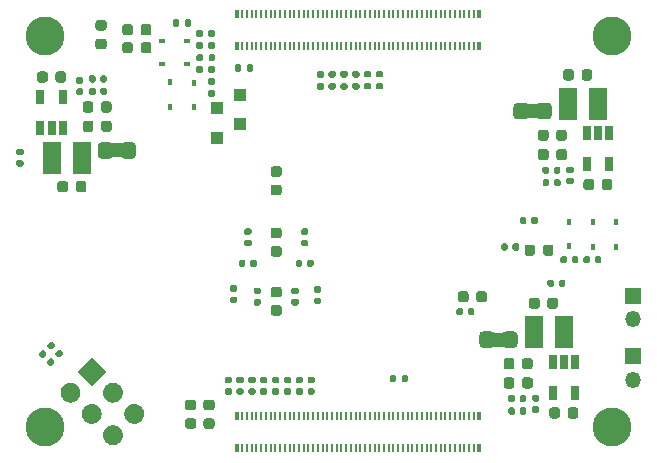
<source format=gbs>
G04 #@! TF.GenerationSoftware,KiCad,Pcbnew,5.1.9+dfsg1-1~bpo10+1*
G04 #@! TF.CreationDate,2021-11-14T15:52:16+01:00*
G04 #@! TF.ProjectId,ulx4m,756c7834-6d2e-46b6-9963-61645f706362,v0.0.2*
G04 #@! TF.SameCoordinates,Original*
G04 #@! TF.FileFunction,Soldermask,Bot*
G04 #@! TF.FilePolarity,Negative*
%FSLAX46Y46*%
G04 Gerber Fmt 4.6, Leading zero omitted, Abs format (unit mm)*
G04 Created by KiCad (PCBNEW 5.1.9+dfsg1-1~bpo10+1) date 2021-11-14 15:52:16*
%MOMM*%
%LPD*%
G01*
G04 APERTURE LIST*
%ADD10C,1.200000*%
%ADD11R,0.230000X0.660000*%
%ADD12R,0.350000X0.660000*%
%ADD13C,3.300000*%
%ADD14R,1.500000X2.700000*%
%ADD15R,0.700000X1.200000*%
%ADD16R,0.600000X0.450000*%
%ADD17R,0.450000X0.600000*%
%ADD18C,0.100000*%
%ADD19R,1.000000X1.000000*%
%ADD20O,1.350000X1.350000*%
%ADD21R,1.350000X1.350000*%
G04 APERTURE END LIST*
D10*
X137050000Y-101315000D02*
X135050000Y-101315000D01*
X139934001Y-81967000D02*
X137934001Y-81967000D01*
X102740000Y-85300000D02*
X104740000Y-85300000D01*
G36*
G01*
X97842391Y-101752807D02*
X98082807Y-101512391D01*
G75*
G02*
X98280797Y-101512391I98995J-98995D01*
G01*
X98478787Y-101710381D01*
G75*
G02*
X98478787Y-101908371I-98995J-98995D01*
G01*
X98238371Y-102148787D01*
G75*
G02*
X98040381Y-102148787I-98995J98995D01*
G01*
X97842391Y-101950797D01*
G75*
G02*
X97842391Y-101752807I98995J98995D01*
G01*
G37*
G36*
G01*
X98521213Y-102431629D02*
X98761629Y-102191213D01*
G75*
G02*
X98959619Y-102191213I98995J-98995D01*
G01*
X99157609Y-102389203D01*
G75*
G02*
X99157609Y-102587193I-98995J-98995D01*
G01*
X98917193Y-102827609D01*
G75*
G02*
X98719203Y-102827609I-98995J98995D01*
G01*
X98521213Y-102629619D01*
G75*
G02*
X98521213Y-102431629I98995J98995D01*
G01*
G37*
D11*
X133958000Y-107790000D03*
X133958000Y-110500000D03*
X133558000Y-107790000D03*
X133558000Y-110500000D03*
X133158000Y-107790000D03*
X133158000Y-110500000D03*
X132758000Y-107790000D03*
X132758000Y-110500000D03*
X132358000Y-107790000D03*
X132358000Y-110500000D03*
X131958000Y-107790000D03*
X131958000Y-110500000D03*
X131558000Y-107790000D03*
X131558000Y-110500000D03*
X131158000Y-107790000D03*
X131158000Y-110500000D03*
X130758000Y-107790000D03*
X130758000Y-110500000D03*
X130358000Y-107790000D03*
X130358000Y-110500000D03*
X129958000Y-107790000D03*
X129958000Y-110500000D03*
X129558000Y-107790000D03*
X129558000Y-110500000D03*
X129158000Y-107790000D03*
X129158000Y-110500000D03*
X128758000Y-107790000D03*
X128758000Y-110500000D03*
X128358000Y-107790000D03*
X128358000Y-110500000D03*
X127958000Y-107790000D03*
X127958000Y-110500000D03*
X127558000Y-107790000D03*
X127558000Y-110500000D03*
X127158000Y-107790000D03*
X127158000Y-110500000D03*
X126758000Y-107790000D03*
X126758000Y-110500000D03*
X126358000Y-107790000D03*
X126358000Y-110500000D03*
X125958000Y-107790000D03*
X125958000Y-110500000D03*
X125558000Y-107790000D03*
X125558000Y-110500000D03*
X125158000Y-107790000D03*
X125158000Y-110500000D03*
X124758000Y-107790000D03*
X124758000Y-110500000D03*
X124358000Y-107790000D03*
X124358000Y-110500000D03*
X123958000Y-107790000D03*
X123958000Y-110500000D03*
X123558000Y-107790000D03*
X123558000Y-110500000D03*
X123158000Y-107790000D03*
X123158000Y-110500000D03*
X122758000Y-107790000D03*
X122758000Y-110500000D03*
X122358000Y-107790000D03*
X122358000Y-110500000D03*
X121958000Y-107790000D03*
X121958000Y-110500000D03*
X121558000Y-107790000D03*
X121558000Y-110500000D03*
X121158000Y-107790000D03*
X121158000Y-110500000D03*
X120758000Y-107790000D03*
X120758000Y-110500000D03*
X120358000Y-107790000D03*
X120358000Y-110500000D03*
X119958000Y-107790000D03*
X119958000Y-110500000D03*
X119558000Y-107790000D03*
X119558000Y-110500000D03*
X119158000Y-107790000D03*
X119158000Y-110500000D03*
X118758000Y-107790000D03*
X118758000Y-110500000D03*
X118358000Y-107790000D03*
X118358000Y-110500000D03*
D12*
X134433000Y-110500000D03*
X134433000Y-107790000D03*
X113883000Y-110500000D03*
X113883000Y-107790000D03*
D11*
X117958000Y-107790000D03*
X117958000Y-110500000D03*
X117558000Y-107790000D03*
X117558000Y-110500000D03*
X117158000Y-107790000D03*
X117158000Y-110500000D03*
X116758000Y-107790000D03*
X116758000Y-110500000D03*
X116358000Y-107790000D03*
X116358000Y-110500000D03*
X115958000Y-107790000D03*
X115958000Y-110500000D03*
X115558000Y-107790000D03*
X115558000Y-110500000D03*
X115158000Y-107790000D03*
X115158000Y-110500000D03*
X114758000Y-107790000D03*
X114758000Y-110500000D03*
X114358000Y-107790000D03*
X114358000Y-110500000D03*
D13*
X97620000Y-75644999D03*
X145620000Y-75645000D03*
X145620000Y-108720000D03*
X97619999Y-108723599D03*
G36*
G01*
X135730000Y-100938750D02*
X135730000Y-101691250D01*
G75*
G02*
X135406250Y-102015000I-323750J0D01*
G01*
X134758750Y-102015000D01*
G75*
G02*
X134435000Y-101691250I0J323750D01*
G01*
X134435000Y-100938750D01*
G75*
G02*
X134758750Y-100615000I323750J0D01*
G01*
X135406250Y-100615000D01*
G75*
G02*
X135730000Y-100938750I0J-323750D01*
G01*
G37*
G36*
G01*
X137665000Y-100938750D02*
X137665000Y-101691250D01*
G75*
G02*
X137341250Y-102015000I-323750J0D01*
G01*
X136693750Y-102015000D01*
G75*
G02*
X136370000Y-101691250I0J323750D01*
G01*
X136370000Y-100938750D01*
G75*
G02*
X136693750Y-100615000I323750J0D01*
G01*
X137341250Y-100615000D01*
G75*
G02*
X137665000Y-100938750I0J-323750D01*
G01*
G37*
G36*
G01*
X138614001Y-81590750D02*
X138614001Y-82343250D01*
G75*
G02*
X138290251Y-82667000I-323750J0D01*
G01*
X137642751Y-82667000D01*
G75*
G02*
X137319001Y-82343250I0J323750D01*
G01*
X137319001Y-81590750D01*
G75*
G02*
X137642751Y-81267000I323750J0D01*
G01*
X138290251Y-81267000D01*
G75*
G02*
X138614001Y-81590750I0J-323750D01*
G01*
G37*
G36*
G01*
X140549001Y-81590750D02*
X140549001Y-82343250D01*
G75*
G02*
X140225251Y-82667000I-323750J0D01*
G01*
X139577751Y-82667000D01*
G75*
G02*
X139254001Y-82343250I0J323750D01*
G01*
X139254001Y-81590750D01*
G75*
G02*
X139577751Y-81267000I323750J0D01*
G01*
X140225251Y-81267000D01*
G75*
G02*
X140549001Y-81590750I0J-323750D01*
G01*
G37*
G36*
G01*
X102125000Y-85676250D02*
X102125000Y-84923750D01*
G75*
G02*
X102448750Y-84600000I323750J0D01*
G01*
X103096250Y-84600000D01*
G75*
G02*
X103420000Y-84923750I0J-323750D01*
G01*
X103420000Y-85676250D01*
G75*
G02*
X103096250Y-86000000I-323750J0D01*
G01*
X102448750Y-86000000D01*
G75*
G02*
X102125000Y-85676250I0J323750D01*
G01*
G37*
G36*
G01*
X104060000Y-85676250D02*
X104060000Y-84923750D01*
G75*
G02*
X104383750Y-84600000I323750J0D01*
G01*
X105031250Y-84600000D01*
G75*
G02*
X105355000Y-84923750I0J-323750D01*
G01*
X105355000Y-85676250D01*
G75*
G02*
X105031250Y-86000000I-323750J0D01*
G01*
X104383750Y-86000000D01*
G75*
G02*
X104060000Y-85676250I0J323750D01*
G01*
G37*
D14*
X144475001Y-81350000D03*
X141935001Y-81350000D03*
X141580000Y-100690000D03*
X139040000Y-100690000D03*
X98210000Y-85925000D03*
X100750000Y-85925000D03*
G36*
G01*
X105075000Y-76348750D02*
X105075000Y-76861250D01*
G75*
G02*
X104856250Y-77080000I-218750J0D01*
G01*
X104418750Y-77080000D01*
G75*
G02*
X104200000Y-76861250I0J218750D01*
G01*
X104200000Y-76348750D01*
G75*
G02*
X104418750Y-76130000I218750J0D01*
G01*
X104856250Y-76130000D01*
G75*
G02*
X105075000Y-76348750I0J-218750D01*
G01*
G37*
G36*
G01*
X106650000Y-76348750D02*
X106650000Y-76861250D01*
G75*
G02*
X106431250Y-77080000I-218750J0D01*
G01*
X105993750Y-77080000D01*
G75*
G02*
X105775000Y-76861250I0J218750D01*
G01*
X105775000Y-76348750D01*
G75*
G02*
X105993750Y-76130000I218750J0D01*
G01*
X106431250Y-76130000D01*
G75*
G02*
X106650000Y-76348750I0J-218750D01*
G01*
G37*
G36*
G01*
X139830000Y-94006250D02*
X139830000Y-93493750D01*
G75*
G02*
X140048750Y-93275000I218750J0D01*
G01*
X140486250Y-93275000D01*
G75*
G02*
X140705000Y-93493750I0J-218750D01*
G01*
X140705000Y-94006250D01*
G75*
G02*
X140486250Y-94225000I-218750J0D01*
G01*
X140048750Y-94225000D01*
G75*
G02*
X139830000Y-94006250I0J218750D01*
G01*
G37*
G36*
G01*
X138255000Y-94006250D02*
X138255000Y-93493750D01*
G75*
G02*
X138473750Y-93275000I218750J0D01*
G01*
X138911250Y-93275000D01*
G75*
G02*
X139130000Y-93493750I0J-218750D01*
G01*
X139130000Y-94006250D01*
G75*
G02*
X138911250Y-94225000I-218750J0D01*
G01*
X138473750Y-94225000D01*
G75*
G02*
X138255000Y-94006250I0J218750D01*
G01*
G37*
G36*
G01*
X111283750Y-107990000D02*
X111796250Y-107990000D01*
G75*
G02*
X112015000Y-108208750I0J-218750D01*
G01*
X112015000Y-108646250D01*
G75*
G02*
X111796250Y-108865000I-218750J0D01*
G01*
X111283750Y-108865000D01*
G75*
G02*
X111065000Y-108646250I0J218750D01*
G01*
X111065000Y-108208750D01*
G75*
G02*
X111283750Y-107990000I218750J0D01*
G01*
G37*
G36*
G01*
X111283750Y-106415000D02*
X111796250Y-106415000D01*
G75*
G02*
X112015000Y-106633750I0J-218750D01*
G01*
X112015000Y-107071250D01*
G75*
G02*
X111796250Y-107290000I-218750J0D01*
G01*
X111283750Y-107290000D01*
G75*
G02*
X111065000Y-107071250I0J218750D01*
G01*
X111065000Y-106633750D01*
G75*
G02*
X111283750Y-106415000I218750J0D01*
G01*
G37*
G36*
G01*
X109723750Y-107990000D02*
X110236250Y-107990000D01*
G75*
G02*
X110455000Y-108208750I0J-218750D01*
G01*
X110455000Y-108646250D01*
G75*
G02*
X110236250Y-108865000I-218750J0D01*
G01*
X109723750Y-108865000D01*
G75*
G02*
X109505000Y-108646250I0J218750D01*
G01*
X109505000Y-108208750D01*
G75*
G02*
X109723750Y-107990000I218750J0D01*
G01*
G37*
G36*
G01*
X109723750Y-106415000D02*
X110236250Y-106415000D01*
G75*
G02*
X110455000Y-106633750I0J-218750D01*
G01*
X110455000Y-107071250D01*
G75*
G02*
X110236250Y-107290000I-218750J0D01*
G01*
X109723750Y-107290000D01*
G75*
G02*
X109505000Y-107071250I0J218750D01*
G01*
X109505000Y-106633750D01*
G75*
G02*
X109723750Y-106415000I218750J0D01*
G01*
G37*
D15*
X143525000Y-83860000D03*
X144475000Y-83860000D03*
X145425000Y-83860000D03*
X145425000Y-86460000D03*
X143525000Y-86460000D03*
G36*
G01*
X102143750Y-75850000D02*
X102656250Y-75850000D01*
G75*
G02*
X102875000Y-76068750I0J-218750D01*
G01*
X102875000Y-76506250D01*
G75*
G02*
X102656250Y-76725000I-218750J0D01*
G01*
X102143750Y-76725000D01*
G75*
G02*
X101925000Y-76506250I0J218750D01*
G01*
X101925000Y-76068750D01*
G75*
G02*
X102143750Y-75850000I218750J0D01*
G01*
G37*
G36*
G01*
X102143750Y-74275000D02*
X102656250Y-74275000D01*
G75*
G02*
X102875000Y-74493750I0J-218750D01*
G01*
X102875000Y-74931250D01*
G75*
G02*
X102656250Y-75150000I-218750J0D01*
G01*
X102143750Y-75150000D01*
G75*
G02*
X101925000Y-74931250I0J218750D01*
G01*
X101925000Y-74493750D01*
G75*
G02*
X102143750Y-74275000I218750J0D01*
G01*
G37*
X140630000Y-103200000D03*
X141580000Y-103200000D03*
X142530000Y-103200000D03*
X142530000Y-105800000D03*
X140630000Y-105800000D03*
X99160000Y-83415000D03*
X98210000Y-83415000D03*
X97260000Y-83415000D03*
X97260000Y-80815000D03*
X99160000Y-80815000D03*
G36*
G01*
X96990000Y-79335000D02*
X96990000Y-78835000D01*
G75*
G02*
X97215000Y-78610000I225000J0D01*
G01*
X97665000Y-78610000D01*
G75*
G02*
X97890000Y-78835000I0J-225000D01*
G01*
X97890000Y-79335000D01*
G75*
G02*
X97665000Y-79560000I-225000J0D01*
G01*
X97215000Y-79560000D01*
G75*
G02*
X96990000Y-79335000I0J225000D01*
G01*
G37*
G36*
G01*
X98540000Y-79335000D02*
X98540000Y-78835000D01*
G75*
G02*
X98765000Y-78610000I225000J0D01*
G01*
X99215000Y-78610000D01*
G75*
G02*
X99440000Y-78835000I0J-225000D01*
G01*
X99440000Y-79335000D01*
G75*
G02*
X99215000Y-79560000I-225000J0D01*
G01*
X98765000Y-79560000D01*
G75*
G02*
X98540000Y-79335000I0J225000D01*
G01*
G37*
G36*
G01*
X137850001Y-107535000D02*
X137850001Y-107195000D01*
G75*
G02*
X137990001Y-107055000I140000J0D01*
G01*
X138270001Y-107055000D01*
G75*
G02*
X138410001Y-107195000I0J-140000D01*
G01*
X138410001Y-107535000D01*
G75*
G02*
X138270001Y-107675000I-140000J0D01*
G01*
X137990001Y-107675000D01*
G75*
G02*
X137850001Y-107535000I0J140000D01*
G01*
G37*
G36*
G01*
X136890001Y-107535000D02*
X136890001Y-107195000D01*
G75*
G02*
X137030001Y-107055000I140000J0D01*
G01*
X137310001Y-107055000D01*
G75*
G02*
X137450001Y-107195000I0J-140000D01*
G01*
X137450001Y-107535000D01*
G75*
G02*
X137310001Y-107675000I-140000J0D01*
G01*
X137030001Y-107675000D01*
G75*
G02*
X136890001Y-107535000I0J140000D01*
G01*
G37*
G36*
G01*
X136500000Y-105239999D02*
X136500000Y-104739999D01*
G75*
G02*
X136725000Y-104514999I225000J0D01*
G01*
X137175000Y-104514999D01*
G75*
G02*
X137400000Y-104739999I0J-225000D01*
G01*
X137400000Y-105239999D01*
G75*
G02*
X137175000Y-105464999I-225000J0D01*
G01*
X136725000Y-105464999D01*
G75*
G02*
X136500000Y-105239999I0J225000D01*
G01*
G37*
G36*
G01*
X138050000Y-105239999D02*
X138050000Y-104739999D01*
G75*
G02*
X138275000Y-104514999I225000J0D01*
G01*
X138725000Y-104514999D01*
G75*
G02*
X138950000Y-104739999I0J-225000D01*
G01*
X138950000Y-105239999D01*
G75*
G02*
X138725000Y-105464999I-225000J0D01*
G01*
X138275000Y-105464999D01*
G75*
G02*
X138050000Y-105239999I0J225000D01*
G01*
G37*
G36*
G01*
X138040000Y-103605000D02*
X138040000Y-103105000D01*
G75*
G02*
X138265000Y-102880000I225000J0D01*
G01*
X138715000Y-102880000D01*
G75*
G02*
X138940000Y-103105000I0J-225000D01*
G01*
X138940000Y-103605000D01*
G75*
G02*
X138715000Y-103830000I-225000J0D01*
G01*
X138265000Y-103830000D01*
G75*
G02*
X138040000Y-103605000I0J225000D01*
G01*
G37*
G36*
G01*
X136490000Y-103605000D02*
X136490000Y-103105000D01*
G75*
G02*
X136715000Y-102880000I225000J0D01*
G01*
X137165000Y-102880000D01*
G75*
G02*
X137390000Y-103105000I0J-225000D01*
G01*
X137390000Y-103605000D01*
G75*
G02*
X137165000Y-103830000I-225000J0D01*
G01*
X136715000Y-103830000D01*
G75*
G02*
X136490000Y-103605000I0J225000D01*
G01*
G37*
G36*
G01*
X142800000Y-107280000D02*
X142800000Y-107780000D01*
G75*
G02*
X142575000Y-108005000I-225000J0D01*
G01*
X142125000Y-108005000D01*
G75*
G02*
X141900000Y-107780000I0J225000D01*
G01*
X141900000Y-107280000D01*
G75*
G02*
X142125000Y-107055000I225000J0D01*
G01*
X142575000Y-107055000D01*
G75*
G02*
X142800000Y-107280000I0J-225000D01*
G01*
G37*
G36*
G01*
X141250000Y-107280000D02*
X141250000Y-107780000D01*
G75*
G02*
X141025000Y-108005000I-225000J0D01*
G01*
X140575000Y-108005000D01*
G75*
G02*
X140350000Y-107780000I0J225000D01*
G01*
X140350000Y-107280000D01*
G75*
G02*
X140575000Y-107055000I225000J0D01*
G01*
X141025000Y-107055000D01*
G75*
G02*
X141250000Y-107280000I0J-225000D01*
G01*
G37*
G36*
G01*
X139785000Y-88194999D02*
X139785000Y-87854999D01*
G75*
G02*
X139925000Y-87714999I140000J0D01*
G01*
X140205000Y-87714999D01*
G75*
G02*
X140345000Y-87854999I0J-140000D01*
G01*
X140345000Y-88194999D01*
G75*
G02*
X140205000Y-88334999I-140000J0D01*
G01*
X139925000Y-88334999D01*
G75*
G02*
X139785000Y-88194999I0J140000D01*
G01*
G37*
G36*
G01*
X140745000Y-88194999D02*
X140745000Y-87854999D01*
G75*
G02*
X140885000Y-87714999I140000J0D01*
G01*
X141165000Y-87714999D01*
G75*
G02*
X141305000Y-87854999I0J-140000D01*
G01*
X141305000Y-88194999D01*
G75*
G02*
X141165000Y-88334999I-140000J0D01*
G01*
X140885000Y-88334999D01*
G75*
G02*
X140745000Y-88194999I0J140000D01*
G01*
G37*
G36*
G01*
X140945001Y-85900001D02*
X140945001Y-85400001D01*
G75*
G02*
X141170001Y-85175001I225000J0D01*
G01*
X141620001Y-85175001D01*
G75*
G02*
X141845001Y-85400001I0J-225000D01*
G01*
X141845001Y-85900001D01*
G75*
G02*
X141620001Y-86125001I-225000J0D01*
G01*
X141170001Y-86125001D01*
G75*
G02*
X140945001Y-85900001I0J225000D01*
G01*
G37*
G36*
G01*
X139395001Y-85900001D02*
X139395001Y-85400001D01*
G75*
G02*
X139620001Y-85175001I225000J0D01*
G01*
X140070001Y-85175001D01*
G75*
G02*
X140295001Y-85400001I0J-225000D01*
G01*
X140295001Y-85900001D01*
G75*
G02*
X140070001Y-86125001I-225000J0D01*
G01*
X139620001Y-86125001D01*
G75*
G02*
X139395001Y-85900001I0J225000D01*
G01*
G37*
G36*
G01*
X139385001Y-84265000D02*
X139385001Y-83765000D01*
G75*
G02*
X139610001Y-83540000I225000J0D01*
G01*
X140060001Y-83540000D01*
G75*
G02*
X140285001Y-83765000I0J-225000D01*
G01*
X140285001Y-84265000D01*
G75*
G02*
X140060001Y-84490000I-225000J0D01*
G01*
X139610001Y-84490000D01*
G75*
G02*
X139385001Y-84265000I0J225000D01*
G01*
G37*
G36*
G01*
X140935001Y-84265000D02*
X140935001Y-83765000D01*
G75*
G02*
X141160001Y-83540000I225000J0D01*
G01*
X141610001Y-83540000D01*
G75*
G02*
X141835001Y-83765000I0J-225000D01*
G01*
X141835001Y-84265000D01*
G75*
G02*
X141610001Y-84490000I-225000J0D01*
G01*
X141160001Y-84490000D01*
G75*
G02*
X140935001Y-84265000I0J225000D01*
G01*
G37*
G36*
G01*
X145695000Y-87940000D02*
X145695000Y-88440000D01*
G75*
G02*
X145470000Y-88665000I-225000J0D01*
G01*
X145020000Y-88665000D01*
G75*
G02*
X144795000Y-88440000I0J225000D01*
G01*
X144795000Y-87940000D01*
G75*
G02*
X145020000Y-87715000I225000J0D01*
G01*
X145470000Y-87715000D01*
G75*
G02*
X145695000Y-87940000I0J-225000D01*
G01*
G37*
G36*
G01*
X144145000Y-87940000D02*
X144145000Y-88440000D01*
G75*
G02*
X143920000Y-88665000I-225000J0D01*
G01*
X143470000Y-88665000D01*
G75*
G02*
X143245000Y-88440000I0J225000D01*
G01*
X143245000Y-87940000D01*
G75*
G02*
X143470000Y-87715000I225000J0D01*
G01*
X143920000Y-87715000D01*
G75*
G02*
X144145000Y-87940000I0J-225000D01*
G01*
G37*
G36*
G01*
X102900000Y-79080000D02*
X102900000Y-79420000D01*
G75*
G02*
X102760000Y-79560000I-140000J0D01*
G01*
X102480000Y-79560000D01*
G75*
G02*
X102340000Y-79420000I0J140000D01*
G01*
X102340000Y-79080000D01*
G75*
G02*
X102480000Y-78940000I140000J0D01*
G01*
X102760000Y-78940000D01*
G75*
G02*
X102900000Y-79080000I0J-140000D01*
G01*
G37*
G36*
G01*
X101940000Y-79080000D02*
X101940000Y-79420000D01*
G75*
G02*
X101800000Y-79560000I-140000J0D01*
G01*
X101520000Y-79560000D01*
G75*
G02*
X101380000Y-79420000I0J140000D01*
G01*
X101380000Y-79080000D01*
G75*
G02*
X101520000Y-78940000I140000J0D01*
G01*
X101800000Y-78940000D01*
G75*
G02*
X101940000Y-79080000I0J-140000D01*
G01*
G37*
G36*
G01*
X101740000Y-81375000D02*
X101740000Y-81875000D01*
G75*
G02*
X101515000Y-82100000I-225000J0D01*
G01*
X101065000Y-82100000D01*
G75*
G02*
X100840000Y-81875000I0J225000D01*
G01*
X100840000Y-81375000D01*
G75*
G02*
X101065000Y-81150000I225000J0D01*
G01*
X101515000Y-81150000D01*
G75*
G02*
X101740000Y-81375000I0J-225000D01*
G01*
G37*
G36*
G01*
X103290000Y-81375000D02*
X103290000Y-81875000D01*
G75*
G02*
X103065000Y-82100000I-225000J0D01*
G01*
X102615000Y-82100000D01*
G75*
G02*
X102390000Y-81875000I0J225000D01*
G01*
X102390000Y-81375000D01*
G75*
G02*
X102615000Y-81150000I225000J0D01*
G01*
X103065000Y-81150000D01*
G75*
G02*
X103290000Y-81375000I0J-225000D01*
G01*
G37*
G36*
G01*
X103300000Y-83010000D02*
X103300000Y-83510000D01*
G75*
G02*
X103075000Y-83735000I-225000J0D01*
G01*
X102625000Y-83735000D01*
G75*
G02*
X102400000Y-83510000I0J225000D01*
G01*
X102400000Y-83010000D01*
G75*
G02*
X102625000Y-82785000I225000J0D01*
G01*
X103075000Y-82785000D01*
G75*
G02*
X103300000Y-83010000I0J-225000D01*
G01*
G37*
G36*
G01*
X101750000Y-83010000D02*
X101750000Y-83510000D01*
G75*
G02*
X101525000Y-83735000I-225000J0D01*
G01*
X101075000Y-83735000D01*
G75*
G02*
X100850000Y-83510000I0J225000D01*
G01*
X100850000Y-83010000D01*
G75*
G02*
X101075000Y-82785000I225000J0D01*
G01*
X101525000Y-82785000D01*
G75*
G02*
X101750000Y-83010000I0J-225000D01*
G01*
G37*
G36*
G01*
X134165000Y-97940000D02*
X134165000Y-97440000D01*
G75*
G02*
X134390000Y-97215000I225000J0D01*
G01*
X134840000Y-97215000D01*
G75*
G02*
X135065000Y-97440000I0J-225000D01*
G01*
X135065000Y-97940000D01*
G75*
G02*
X134840000Y-98165000I-225000J0D01*
G01*
X134390000Y-98165000D01*
G75*
G02*
X134165000Y-97940000I0J225000D01*
G01*
G37*
G36*
G01*
X132615000Y-97940000D02*
X132615000Y-97440000D01*
G75*
G02*
X132840000Y-97215000I225000J0D01*
G01*
X133290000Y-97215000D01*
G75*
G02*
X133515000Y-97440000I0J-225000D01*
G01*
X133515000Y-97940000D01*
G75*
G02*
X133290000Y-98165000I-225000J0D01*
G01*
X132840000Y-98165000D01*
G75*
G02*
X132615000Y-97940000I0J225000D01*
G01*
G37*
G36*
G01*
X116980000Y-98395000D02*
X117480000Y-98395000D01*
G75*
G02*
X117705000Y-98620000I0J-225000D01*
G01*
X117705000Y-99070000D01*
G75*
G02*
X117480000Y-99295000I-225000J0D01*
G01*
X116980000Y-99295000D01*
G75*
G02*
X116755000Y-99070000I0J225000D01*
G01*
X116755000Y-98620000D01*
G75*
G02*
X116980000Y-98395000I225000J0D01*
G01*
G37*
G36*
G01*
X116980000Y-96845000D02*
X117480000Y-96845000D01*
G75*
G02*
X117705000Y-97070000I0J-225000D01*
G01*
X117705000Y-97520000D01*
G75*
G02*
X117480000Y-97745000I-225000J0D01*
G01*
X116980000Y-97745000D01*
G75*
G02*
X116755000Y-97520000I0J225000D01*
G01*
X116755000Y-97070000D01*
G75*
G02*
X116980000Y-96845000I225000J0D01*
G01*
G37*
G36*
G01*
X117480000Y-89095000D02*
X116980000Y-89095000D01*
G75*
G02*
X116755000Y-88870000I0J225000D01*
G01*
X116755000Y-88420000D01*
G75*
G02*
X116980000Y-88195000I225000J0D01*
G01*
X117480000Y-88195000D01*
G75*
G02*
X117705000Y-88420000I0J-225000D01*
G01*
X117705000Y-88870000D01*
G75*
G02*
X117480000Y-89095000I-225000J0D01*
G01*
G37*
G36*
G01*
X117480000Y-87545000D02*
X116980000Y-87545000D01*
G75*
G02*
X116755000Y-87320000I0J225000D01*
G01*
X116755000Y-86870000D01*
G75*
G02*
X116980000Y-86645000I225000J0D01*
G01*
X117480000Y-86645000D01*
G75*
G02*
X117705000Y-86870000I0J-225000D01*
G01*
X117705000Y-87320000D01*
G75*
G02*
X117480000Y-87545000I-225000J0D01*
G01*
G37*
G36*
G01*
X116980000Y-93395000D02*
X117480000Y-93395000D01*
G75*
G02*
X117705000Y-93620000I0J-225000D01*
G01*
X117705000Y-94070000D01*
G75*
G02*
X117480000Y-94295000I-225000J0D01*
G01*
X116980000Y-94295000D01*
G75*
G02*
X116755000Y-94070000I0J225000D01*
G01*
X116755000Y-93620000D01*
G75*
G02*
X116980000Y-93395000I225000J0D01*
G01*
G37*
G36*
G01*
X116980000Y-91845000D02*
X117480000Y-91845000D01*
G75*
G02*
X117705000Y-92070000I0J-225000D01*
G01*
X117705000Y-92520000D01*
G75*
G02*
X117480000Y-92745000I-225000J0D01*
G01*
X116980000Y-92745000D01*
G75*
G02*
X116755000Y-92520000I0J225000D01*
G01*
X116755000Y-92070000D01*
G75*
G02*
X116980000Y-91845000I225000J0D01*
G01*
G37*
G36*
G01*
X138633999Y-98498000D02*
X138633999Y-97998000D01*
G75*
G02*
X138858999Y-97773000I225000J0D01*
G01*
X139308999Y-97773000D01*
G75*
G02*
X139533999Y-97998000I0J-225000D01*
G01*
X139533999Y-98498000D01*
G75*
G02*
X139308999Y-98723000I-225000J0D01*
G01*
X138858999Y-98723000D01*
G75*
G02*
X138633999Y-98498000I0J225000D01*
G01*
G37*
G36*
G01*
X140183999Y-98498000D02*
X140183999Y-97998000D01*
G75*
G02*
X140408999Y-97773000I225000J0D01*
G01*
X140858999Y-97773000D01*
G75*
G02*
X141083999Y-97998000I0J-225000D01*
G01*
X141083999Y-98498000D01*
G75*
G02*
X140858999Y-98723000I-225000J0D01*
G01*
X140408999Y-98723000D01*
G75*
G02*
X140183999Y-98498000I0J225000D01*
G01*
G37*
G36*
G01*
X99606000Y-88117000D02*
X99606000Y-88617000D01*
G75*
G02*
X99381000Y-88842000I-225000J0D01*
G01*
X98931000Y-88842000D01*
G75*
G02*
X98706000Y-88617000I0J225000D01*
G01*
X98706000Y-88117000D01*
G75*
G02*
X98931000Y-87892000I225000J0D01*
G01*
X99381000Y-87892000D01*
G75*
G02*
X99606000Y-88117000I0J-225000D01*
G01*
G37*
G36*
G01*
X101156000Y-88117000D02*
X101156000Y-88617000D01*
G75*
G02*
X100931000Y-88842000I-225000J0D01*
G01*
X100481000Y-88842000D01*
G75*
G02*
X100256000Y-88617000I0J225000D01*
G01*
X100256000Y-88117000D01*
G75*
G02*
X100481000Y-87892000I225000J0D01*
G01*
X100931000Y-87892000D01*
G75*
G02*
X101156000Y-88117000I0J-225000D01*
G01*
G37*
G36*
G01*
X143079000Y-79158000D02*
X143079000Y-78658000D01*
G75*
G02*
X143304000Y-78433000I225000J0D01*
G01*
X143754000Y-78433000D01*
G75*
G02*
X143979000Y-78658000I0J-225000D01*
G01*
X143979000Y-79158000D01*
G75*
G02*
X143754000Y-79383000I-225000J0D01*
G01*
X143304000Y-79383000D01*
G75*
G02*
X143079000Y-79158000I0J225000D01*
G01*
G37*
G36*
G01*
X141529000Y-79158000D02*
X141529000Y-78658000D01*
G75*
G02*
X141754000Y-78433000I225000J0D01*
G01*
X142204000Y-78433000D01*
G75*
G02*
X142429000Y-78658000I0J-225000D01*
G01*
X142429000Y-79158000D01*
G75*
G02*
X142204000Y-79383000I-225000J0D01*
G01*
X141754000Y-79383000D01*
G75*
G02*
X141529000Y-79158000I0J225000D01*
G01*
G37*
G36*
G01*
X119460000Y-92870000D02*
X119800000Y-92870000D01*
G75*
G02*
X119940000Y-93010000I0J-140000D01*
G01*
X119940000Y-93290000D01*
G75*
G02*
X119800000Y-93430000I-140000J0D01*
G01*
X119460000Y-93430000D01*
G75*
G02*
X119320000Y-93290000I0J140000D01*
G01*
X119320000Y-93010000D01*
G75*
G02*
X119460000Y-92870000I140000J0D01*
G01*
G37*
G36*
G01*
X119460000Y-91910000D02*
X119800000Y-91910000D01*
G75*
G02*
X119940000Y-92050000I0J-140000D01*
G01*
X119940000Y-92330000D01*
G75*
G02*
X119800000Y-92470000I-140000J0D01*
G01*
X119460000Y-92470000D01*
G75*
G02*
X119320000Y-92330000I0J140000D01*
G01*
X119320000Y-92050000D01*
G75*
G02*
X119460000Y-91910000I140000J0D01*
G01*
G37*
G36*
G01*
X114660000Y-92870000D02*
X115000000Y-92870000D01*
G75*
G02*
X115140000Y-93010000I0J-140000D01*
G01*
X115140000Y-93290000D01*
G75*
G02*
X115000000Y-93430000I-140000J0D01*
G01*
X114660000Y-93430000D01*
G75*
G02*
X114520000Y-93290000I0J140000D01*
G01*
X114520000Y-93010000D01*
G75*
G02*
X114660000Y-92870000I140000J0D01*
G01*
G37*
G36*
G01*
X114660000Y-91910000D02*
X115000000Y-91910000D01*
G75*
G02*
X115140000Y-92050000I0J-140000D01*
G01*
X115140000Y-92330000D01*
G75*
G02*
X115000000Y-92470000I-140000J0D01*
G01*
X114660000Y-92470000D01*
G75*
G02*
X114520000Y-92330000I0J140000D01*
G01*
X114520000Y-92050000D01*
G75*
G02*
X114660000Y-91910000I140000J0D01*
G01*
G37*
G36*
G01*
X115460001Y-96910000D02*
X115800001Y-96910000D01*
G75*
G02*
X115940001Y-97050000I0J-140000D01*
G01*
X115940001Y-97330000D01*
G75*
G02*
X115800001Y-97470000I-140000J0D01*
G01*
X115460001Y-97470000D01*
G75*
G02*
X115320001Y-97330000I0J140000D01*
G01*
X115320001Y-97050000D01*
G75*
G02*
X115460001Y-96910000I140000J0D01*
G01*
G37*
G36*
G01*
X115460001Y-97870000D02*
X115800001Y-97870000D01*
G75*
G02*
X115940001Y-98010000I0J-140000D01*
G01*
X115940001Y-98290000D01*
G75*
G02*
X115800001Y-98430000I-140000J0D01*
G01*
X115460001Y-98430000D01*
G75*
G02*
X115320001Y-98290000I0J140000D01*
G01*
X115320001Y-98010000D01*
G75*
G02*
X115460001Y-97870000I140000J0D01*
G01*
G37*
G36*
G01*
X118660000Y-97870000D02*
X119000000Y-97870000D01*
G75*
G02*
X119140000Y-98010000I0J-140000D01*
G01*
X119140000Y-98290000D01*
G75*
G02*
X119000000Y-98430000I-140000J0D01*
G01*
X118660000Y-98430000D01*
G75*
G02*
X118520000Y-98290000I0J140000D01*
G01*
X118520000Y-98010000D01*
G75*
G02*
X118660000Y-97870000I140000J0D01*
G01*
G37*
G36*
G01*
X118660000Y-96910000D02*
X119000000Y-96910000D01*
G75*
G02*
X119140000Y-97050000I0J-140000D01*
G01*
X119140000Y-97330000D01*
G75*
G02*
X119000000Y-97470000I-140000J0D01*
G01*
X118660000Y-97470000D01*
G75*
G02*
X118520000Y-97330000I0J140000D01*
G01*
X118520000Y-97050000D01*
G75*
G02*
X118660000Y-96910000I140000J0D01*
G01*
G37*
G36*
G01*
X120560000Y-96810000D02*
X120900000Y-96810000D01*
G75*
G02*
X121040000Y-96950000I0J-140000D01*
G01*
X121040000Y-97230000D01*
G75*
G02*
X120900000Y-97370000I-140000J0D01*
G01*
X120560000Y-97370000D01*
G75*
G02*
X120420000Y-97230000I0J140000D01*
G01*
X120420000Y-96950000D01*
G75*
G02*
X120560000Y-96810000I140000J0D01*
G01*
G37*
G36*
G01*
X120560000Y-97770000D02*
X120900000Y-97770000D01*
G75*
G02*
X121040000Y-97910000I0J-140000D01*
G01*
X121040000Y-98190000D01*
G75*
G02*
X120900000Y-98330000I-140000J0D01*
G01*
X120560000Y-98330000D01*
G75*
G02*
X120420000Y-98190000I0J140000D01*
G01*
X120420000Y-97910000D01*
G75*
G02*
X120560000Y-97770000I140000J0D01*
G01*
G37*
G36*
G01*
X113460000Y-97670001D02*
X113800000Y-97670001D01*
G75*
G02*
X113940000Y-97810001I0J-140000D01*
G01*
X113940000Y-98090001D01*
G75*
G02*
X113800000Y-98230001I-140000J0D01*
G01*
X113460000Y-98230001D01*
G75*
G02*
X113320000Y-98090001I0J140000D01*
G01*
X113320000Y-97810001D01*
G75*
G02*
X113460000Y-97670001I140000J0D01*
G01*
G37*
G36*
G01*
X113460000Y-96710001D02*
X113800000Y-96710001D01*
G75*
G02*
X113940000Y-96850001I0J-140000D01*
G01*
X113940000Y-97130001D01*
G75*
G02*
X113800000Y-97270001I-140000J0D01*
G01*
X113460000Y-97270001D01*
G75*
G02*
X113320000Y-97130001I0J140000D01*
G01*
X113320000Y-96850001D01*
G75*
G02*
X113460000Y-96710001I140000J0D01*
G01*
G37*
G36*
G01*
X115030000Y-95040000D02*
X115030000Y-94700000D01*
G75*
G02*
X115170000Y-94560000I140000J0D01*
G01*
X115450000Y-94560000D01*
G75*
G02*
X115590000Y-94700000I0J-140000D01*
G01*
X115590000Y-95040000D01*
G75*
G02*
X115450000Y-95180000I-140000J0D01*
G01*
X115170000Y-95180000D01*
G75*
G02*
X115030000Y-95040000I0J140000D01*
G01*
G37*
G36*
G01*
X114070000Y-95040000D02*
X114070000Y-94700000D01*
G75*
G02*
X114210000Y-94560000I140000J0D01*
G01*
X114490000Y-94560000D01*
G75*
G02*
X114630000Y-94700000I0J-140000D01*
G01*
X114630000Y-95040000D01*
G75*
G02*
X114490000Y-95180000I-140000J0D01*
G01*
X114210000Y-95180000D01*
G75*
G02*
X114070000Y-95040000I0J140000D01*
G01*
G37*
G36*
G01*
X120390000Y-94700000D02*
X120390000Y-95040000D01*
G75*
G02*
X120250000Y-95180000I-140000J0D01*
G01*
X119970000Y-95180000D01*
G75*
G02*
X119830000Y-95040000I0J140000D01*
G01*
X119830000Y-94700000D01*
G75*
G02*
X119970000Y-94560000I140000J0D01*
G01*
X120250000Y-94560000D01*
G75*
G02*
X120390000Y-94700000I0J-140000D01*
G01*
G37*
G36*
G01*
X119430000Y-94700000D02*
X119430000Y-95040000D01*
G75*
G02*
X119290000Y-95180000I-140000J0D01*
G01*
X119010000Y-95180000D01*
G75*
G02*
X118870000Y-95040000I0J140000D01*
G01*
X118870000Y-94700000D01*
G75*
G02*
X119010000Y-94560000I140000J0D01*
G01*
X119290000Y-94560000D01*
G75*
G02*
X119430000Y-94700000I0J-140000D01*
G01*
G37*
G36*
G01*
X140190000Y-96720000D02*
X140190000Y-96380000D01*
G75*
G02*
X140330000Y-96240000I140000J0D01*
G01*
X140610000Y-96240000D01*
G75*
G02*
X140750000Y-96380000I0J-140000D01*
G01*
X140750000Y-96720000D01*
G75*
G02*
X140610000Y-96860000I-140000J0D01*
G01*
X140330000Y-96860000D01*
G75*
G02*
X140190000Y-96720000I0J140000D01*
G01*
G37*
G36*
G01*
X141150000Y-96720000D02*
X141150000Y-96380000D01*
G75*
G02*
X141290000Y-96240000I140000J0D01*
G01*
X141570000Y-96240000D01*
G75*
G02*
X141710000Y-96380000I0J-140000D01*
G01*
X141710000Y-96720000D01*
G75*
G02*
X141570000Y-96860000I-140000J0D01*
G01*
X141290000Y-96860000D01*
G75*
G02*
X141150000Y-96720000I0J140000D01*
G01*
G37*
G36*
G01*
X133450000Y-99130000D02*
X133450000Y-98790000D01*
G75*
G02*
X133590000Y-98650000I140000J0D01*
G01*
X133870000Y-98650000D01*
G75*
G02*
X134010000Y-98790000I0J-140000D01*
G01*
X134010000Y-99130000D01*
G75*
G02*
X133870000Y-99270000I-140000J0D01*
G01*
X133590000Y-99270000D01*
G75*
G02*
X133450000Y-99130000I0J140000D01*
G01*
G37*
G36*
G01*
X132490000Y-99130000D02*
X132490000Y-98790000D01*
G75*
G02*
X132630000Y-98650000I140000J0D01*
G01*
X132910000Y-98650000D01*
G75*
G02*
X133050000Y-98790000I0J-140000D01*
G01*
X133050000Y-99130000D01*
G75*
G02*
X132910000Y-99270000I-140000J0D01*
G01*
X132630000Y-99270000D01*
G75*
G02*
X132490000Y-99130000I0J140000D01*
G01*
G37*
G36*
G01*
X136270000Y-93650000D02*
X136270000Y-93310000D01*
G75*
G02*
X136410000Y-93170000I140000J0D01*
G01*
X136690000Y-93170000D01*
G75*
G02*
X136830000Y-93310000I0J-140000D01*
G01*
X136830000Y-93650000D01*
G75*
G02*
X136690000Y-93790000I-140000J0D01*
G01*
X136410000Y-93790000D01*
G75*
G02*
X136270000Y-93650000I0J140000D01*
G01*
G37*
G36*
G01*
X137230000Y-93650000D02*
X137230000Y-93310000D01*
G75*
G02*
X137370000Y-93170000I140000J0D01*
G01*
X137650000Y-93170000D01*
G75*
G02*
X137790000Y-93310000I0J-140000D01*
G01*
X137790000Y-93650000D01*
G75*
G02*
X137650000Y-93790000I-140000J0D01*
G01*
X137370000Y-93790000D01*
G75*
G02*
X137230000Y-93650000I0J140000D01*
G01*
G37*
G36*
G01*
X105105000Y-74830000D02*
X105105000Y-75330000D01*
G75*
G02*
X104880000Y-75555000I-225000J0D01*
G01*
X104430000Y-75555000D01*
G75*
G02*
X104205000Y-75330000I0J225000D01*
G01*
X104205000Y-74830000D01*
G75*
G02*
X104430000Y-74605000I225000J0D01*
G01*
X104880000Y-74605000D01*
G75*
G02*
X105105000Y-74830000I0J-225000D01*
G01*
G37*
G36*
G01*
X106655000Y-74830000D02*
X106655000Y-75330000D01*
G75*
G02*
X106430000Y-75555000I-225000J0D01*
G01*
X105980000Y-75555000D01*
G75*
G02*
X105755000Y-75330000I0J225000D01*
G01*
X105755000Y-74830000D01*
G75*
G02*
X105980000Y-74605000I225000J0D01*
G01*
X106430000Y-74605000D01*
G75*
G02*
X106655000Y-74830000I0J-225000D01*
G01*
G37*
G36*
G01*
X144200000Y-94720000D02*
X144200000Y-94380000D01*
G75*
G02*
X144340000Y-94240000I140000J0D01*
G01*
X144620000Y-94240000D01*
G75*
G02*
X144760000Y-94380000I0J-140000D01*
G01*
X144760000Y-94720000D01*
G75*
G02*
X144620000Y-94860000I-140000J0D01*
G01*
X144340000Y-94860000D01*
G75*
G02*
X144200000Y-94720000I0J140000D01*
G01*
G37*
G36*
G01*
X143240000Y-94720000D02*
X143240000Y-94380000D01*
G75*
G02*
X143380000Y-94240000I140000J0D01*
G01*
X143660000Y-94240000D01*
G75*
G02*
X143800000Y-94380000I0J-140000D01*
G01*
X143800000Y-94720000D01*
G75*
G02*
X143660000Y-94860000I-140000J0D01*
G01*
X143380000Y-94860000D01*
G75*
G02*
X143240000Y-94720000I0J140000D01*
G01*
G37*
G36*
G01*
X142260000Y-94710000D02*
X142260000Y-94370000D01*
G75*
G02*
X142400000Y-94230000I140000J0D01*
G01*
X142680000Y-94230000D01*
G75*
G02*
X142820000Y-94370000I0J-140000D01*
G01*
X142820000Y-94710000D01*
G75*
G02*
X142680000Y-94850000I-140000J0D01*
G01*
X142400000Y-94850000D01*
G75*
G02*
X142260000Y-94710000I0J140000D01*
G01*
G37*
G36*
G01*
X141300000Y-94710000D02*
X141300000Y-94370000D01*
G75*
G02*
X141440000Y-94230000I140000J0D01*
G01*
X141720000Y-94230000D01*
G75*
G02*
X141860000Y-94370000I0J-140000D01*
G01*
X141860000Y-94710000D01*
G75*
G02*
X141720000Y-94850000I-140000J0D01*
G01*
X141440000Y-94850000D01*
G75*
G02*
X141300000Y-94710000I0J140000D01*
G01*
G37*
G36*
G01*
X137850000Y-91420000D02*
X137850000Y-91080000D01*
G75*
G02*
X137990000Y-90940000I140000J0D01*
G01*
X138270000Y-90940000D01*
G75*
G02*
X138410000Y-91080000I0J-140000D01*
G01*
X138410000Y-91420000D01*
G75*
G02*
X138270000Y-91560000I-140000J0D01*
G01*
X137990000Y-91560000D01*
G75*
G02*
X137850000Y-91420000I0J140000D01*
G01*
G37*
G36*
G01*
X138810000Y-91420000D02*
X138810000Y-91080000D01*
G75*
G02*
X138950000Y-90940000I140000J0D01*
G01*
X139230000Y-90940000D01*
G75*
G02*
X139370000Y-91080000I0J-140000D01*
G01*
X139370000Y-91420000D01*
G75*
G02*
X139230000Y-91560000I-140000J0D01*
G01*
X138950000Y-91560000D01*
G75*
G02*
X138810000Y-91420000I0J140000D01*
G01*
G37*
G36*
G01*
X97811802Y-103152218D02*
X98052218Y-102911802D01*
G75*
G02*
X98250208Y-102911802I98995J-98995D01*
G01*
X98448198Y-103109792D01*
G75*
G02*
X98448198Y-103307782I-98995J-98995D01*
G01*
X98207782Y-103548198D01*
G75*
G02*
X98009792Y-103548198I-98995J98995D01*
G01*
X97811802Y-103350208D01*
G75*
G02*
X97811802Y-103152218I98995J98995D01*
G01*
G37*
G36*
G01*
X97132980Y-102473396D02*
X97373396Y-102232980D01*
G75*
G02*
X97571386Y-102232980I98995J-98995D01*
G01*
X97769376Y-102430970D01*
G75*
G02*
X97769376Y-102628960I-98995J-98995D01*
G01*
X97528960Y-102869376D01*
G75*
G02*
X97330970Y-102869376I-98995J98995D01*
G01*
X97132980Y-102671386D01*
G75*
G02*
X97132980Y-102473396I98995J98995D01*
G01*
G37*
G36*
G01*
X136880000Y-106484999D02*
X136880000Y-106144999D01*
G75*
G02*
X137020000Y-106004999I140000J0D01*
G01*
X137300000Y-106004999D01*
G75*
G02*
X137440000Y-106144999I0J-140000D01*
G01*
X137440000Y-106484999D01*
G75*
G02*
X137300000Y-106624999I-140000J0D01*
G01*
X137020000Y-106624999D01*
G75*
G02*
X136880000Y-106484999I0J140000D01*
G01*
G37*
G36*
G01*
X137840000Y-106484999D02*
X137840000Y-106144999D01*
G75*
G02*
X137980000Y-106004999I140000J0D01*
G01*
X138260000Y-106004999D01*
G75*
G02*
X138400000Y-106144999I0J-140000D01*
G01*
X138400000Y-106484999D01*
G75*
G02*
X138260000Y-106624999I-140000J0D01*
G01*
X137980000Y-106624999D01*
G75*
G02*
X137840000Y-106484999I0J140000D01*
G01*
G37*
G36*
G01*
X101950000Y-80130000D02*
X101950000Y-80470000D01*
G75*
G02*
X101810000Y-80610000I-140000J0D01*
G01*
X101530000Y-80610000D01*
G75*
G02*
X101390000Y-80470000I0J140000D01*
G01*
X101390000Y-80130000D01*
G75*
G02*
X101530000Y-79990000I140000J0D01*
G01*
X101810000Y-79990000D01*
G75*
G02*
X101950000Y-80130000I0J-140000D01*
G01*
G37*
G36*
G01*
X102910000Y-80130000D02*
X102910000Y-80470000D01*
G75*
G02*
X102770000Y-80610000I-140000J0D01*
G01*
X102490000Y-80610000D01*
G75*
G02*
X102350000Y-80470000I0J140000D01*
G01*
X102350000Y-80130000D01*
G75*
G02*
X102490000Y-79990000I140000J0D01*
G01*
X102770000Y-79990000D01*
G75*
G02*
X102910000Y-80130000I0J-140000D01*
G01*
G37*
G36*
G01*
X140735000Y-87145001D02*
X140735000Y-86805001D01*
G75*
G02*
X140875000Y-86665001I140000J0D01*
G01*
X141155000Y-86665001D01*
G75*
G02*
X141295000Y-86805001I0J-140000D01*
G01*
X141295000Y-87145001D01*
G75*
G02*
X141155000Y-87285001I-140000J0D01*
G01*
X140875000Y-87285001D01*
G75*
G02*
X140735000Y-87145001I0J140000D01*
G01*
G37*
G36*
G01*
X139775000Y-87145001D02*
X139775000Y-86805001D01*
G75*
G02*
X139915000Y-86665001I140000J0D01*
G01*
X140195000Y-86665001D01*
G75*
G02*
X140335000Y-86805001I0J-140000D01*
G01*
X140335000Y-87145001D01*
G75*
G02*
X140195000Y-87285001I-140000J0D01*
G01*
X139915000Y-87285001D01*
G75*
G02*
X139775000Y-87145001I0J140000D01*
G01*
G37*
G36*
G01*
X139370001Y-106565000D02*
X139030001Y-106565000D01*
G75*
G02*
X138890001Y-106425000I0J140000D01*
G01*
X138890001Y-106145000D01*
G75*
G02*
X139030001Y-106005000I140000J0D01*
G01*
X139370001Y-106005000D01*
G75*
G02*
X139510001Y-106145000I0J-140000D01*
G01*
X139510001Y-106425000D01*
G75*
G02*
X139370001Y-106565000I-140000J0D01*
G01*
G37*
G36*
G01*
X139370001Y-107525000D02*
X139030001Y-107525000D01*
G75*
G02*
X138890001Y-107385000I0J140000D01*
G01*
X138890001Y-107105000D01*
G75*
G02*
X139030001Y-106965000I140000J0D01*
G01*
X139370001Y-106965000D01*
G75*
G02*
X139510001Y-107105000I0J-140000D01*
G01*
X139510001Y-107385000D01*
G75*
G02*
X139370001Y-107525000I-140000J0D01*
G01*
G37*
G36*
G01*
X100420000Y-79090000D02*
X100760000Y-79090000D01*
G75*
G02*
X100900000Y-79230000I0J-140000D01*
G01*
X100900000Y-79510000D01*
G75*
G02*
X100760000Y-79650000I-140000J0D01*
G01*
X100420000Y-79650000D01*
G75*
G02*
X100280000Y-79510000I0J140000D01*
G01*
X100280000Y-79230000D01*
G75*
G02*
X100420000Y-79090000I140000J0D01*
G01*
G37*
G36*
G01*
X100420000Y-80050000D02*
X100760000Y-80050000D01*
G75*
G02*
X100900000Y-80190000I0J-140000D01*
G01*
X100900000Y-80470000D01*
G75*
G02*
X100760000Y-80610000I-140000J0D01*
G01*
X100420000Y-80610000D01*
G75*
G02*
X100280000Y-80470000I0J140000D01*
G01*
X100280000Y-80190000D01*
G75*
G02*
X100420000Y-80050000I140000J0D01*
G01*
G37*
G36*
G01*
X142265001Y-88185001D02*
X141925001Y-88185001D01*
G75*
G02*
X141785001Y-88045001I0J140000D01*
G01*
X141785001Y-87765001D01*
G75*
G02*
X141925001Y-87625001I140000J0D01*
G01*
X142265001Y-87625001D01*
G75*
G02*
X142405001Y-87765001I0J-140000D01*
G01*
X142405001Y-88045001D01*
G75*
G02*
X142265001Y-88185001I-140000J0D01*
G01*
G37*
G36*
G01*
X142265001Y-87225001D02*
X141925001Y-87225001D01*
G75*
G02*
X141785001Y-87085001I0J140000D01*
G01*
X141785001Y-86805001D01*
G75*
G02*
X141925001Y-86665001I140000J0D01*
G01*
X142265001Y-86665001D01*
G75*
G02*
X142405001Y-86805001I0J-140000D01*
G01*
X142405001Y-87085001D01*
G75*
G02*
X142265001Y-87225001I-140000J0D01*
G01*
G37*
D11*
X114358000Y-76500000D03*
X114358000Y-73790000D03*
X114758000Y-76500000D03*
X114758000Y-73790000D03*
X115158000Y-76500000D03*
X115158000Y-73790000D03*
X115558000Y-76500000D03*
X115558000Y-73790000D03*
X115958000Y-76500000D03*
X115958000Y-73790000D03*
X116358000Y-76500000D03*
X116358000Y-73790000D03*
X116758000Y-76500000D03*
X116758000Y-73790000D03*
X117158000Y-76500000D03*
X117158000Y-73790000D03*
X117558000Y-76500000D03*
X117558000Y-73790000D03*
X117958000Y-76500000D03*
X117958000Y-73790000D03*
D12*
X113883000Y-73790000D03*
X113883000Y-76500000D03*
X134433000Y-73790000D03*
X134433000Y-76500000D03*
D11*
X118358000Y-76500000D03*
X118358000Y-73790000D03*
X118758000Y-76500000D03*
X118758000Y-73790000D03*
X119158000Y-76500000D03*
X119158000Y-73790000D03*
X119558000Y-76500000D03*
X119558000Y-73790000D03*
X119958000Y-76500000D03*
X119958000Y-73790000D03*
X120358000Y-76500000D03*
X120358000Y-73790000D03*
X120758000Y-76500000D03*
X120758000Y-73790000D03*
X121158000Y-76500000D03*
X121158000Y-73790000D03*
X121558000Y-76500000D03*
X121558000Y-73790000D03*
X121958000Y-76500000D03*
X121958000Y-73790000D03*
X122358000Y-76500000D03*
X122358000Y-73790000D03*
X122758000Y-76500000D03*
X122758000Y-73790000D03*
X123158000Y-76500000D03*
X123158000Y-73790000D03*
X123558000Y-76500000D03*
X123558000Y-73790000D03*
X123958000Y-76500000D03*
X123958000Y-73790000D03*
X124358000Y-76500000D03*
X124358000Y-73790000D03*
X124758000Y-76500000D03*
X124758000Y-73790000D03*
X125158000Y-76500000D03*
X125158000Y-73790000D03*
X125558000Y-76500000D03*
X125558000Y-73790000D03*
X125958000Y-76500000D03*
X125958000Y-73790000D03*
X126358000Y-76500000D03*
X126358000Y-73790000D03*
X126758000Y-76500000D03*
X126758000Y-73790000D03*
X127158000Y-76500000D03*
X127158000Y-73790000D03*
X127558000Y-76500000D03*
X127558000Y-73790000D03*
X127958000Y-76500000D03*
X127958000Y-73790000D03*
X128358000Y-76500000D03*
X128358000Y-73790000D03*
X128758000Y-76500000D03*
X128758000Y-73790000D03*
X129158000Y-76500000D03*
X129158000Y-73790000D03*
X129558000Y-76500000D03*
X129558000Y-73790000D03*
X129958000Y-76500000D03*
X129958000Y-73790000D03*
X130358000Y-76500000D03*
X130358000Y-73790000D03*
X130758000Y-76500000D03*
X130758000Y-73790000D03*
X131158000Y-76500000D03*
X131158000Y-73790000D03*
X131558000Y-76500000D03*
X131558000Y-73790000D03*
X131958000Y-76500000D03*
X131958000Y-73790000D03*
X132358000Y-76500000D03*
X132358000Y-73790000D03*
X132758000Y-76500000D03*
X132758000Y-73790000D03*
X133158000Y-76500000D03*
X133158000Y-73790000D03*
X133558000Y-76500000D03*
X133558000Y-73790000D03*
X133958000Y-76500000D03*
X133958000Y-73790000D03*
D16*
X107540000Y-76030001D03*
X109640000Y-76030001D03*
X107540002Y-78000000D03*
X109640002Y-78000000D03*
D17*
X110230000Y-81660000D03*
X110230000Y-79560000D03*
X108250000Y-81640000D03*
X108250000Y-79540000D03*
X142020000Y-93430000D03*
X142020000Y-91330000D03*
X144010000Y-93450000D03*
X144010000Y-91350000D03*
X145980000Y-91340000D03*
X145980000Y-93440000D03*
G36*
G01*
X112030000Y-76225000D02*
X112030000Y-76595000D01*
G75*
G02*
X111895000Y-76730000I-135000J0D01*
G01*
X111625000Y-76730000D01*
G75*
G02*
X111490000Y-76595000I0J135000D01*
G01*
X111490000Y-76225000D01*
G75*
G02*
X111625000Y-76090000I135000J0D01*
G01*
X111895000Y-76090000D01*
G75*
G02*
X112030000Y-76225000I0J-135000D01*
G01*
G37*
G36*
G01*
X111010000Y-76225000D02*
X111010000Y-76595000D01*
G75*
G02*
X110875000Y-76730000I-135000J0D01*
G01*
X110605000Y-76730000D01*
G75*
G02*
X110470000Y-76595000I0J135000D01*
G01*
X110470000Y-76225000D01*
G75*
G02*
X110605000Y-76090000I135000J0D01*
G01*
X110875000Y-76090000D01*
G75*
G02*
X111010000Y-76225000I0J-135000D01*
G01*
G37*
G36*
G01*
X111000000Y-75215000D02*
X111000000Y-75585000D01*
G75*
G02*
X110865000Y-75720000I-135000J0D01*
G01*
X110595000Y-75720000D01*
G75*
G02*
X110460000Y-75585000I0J135000D01*
G01*
X110460000Y-75215000D01*
G75*
G02*
X110595000Y-75080000I135000J0D01*
G01*
X110865000Y-75080000D01*
G75*
G02*
X111000000Y-75215000I0J-135000D01*
G01*
G37*
G36*
G01*
X112020000Y-75215000D02*
X112020000Y-75585000D01*
G75*
G02*
X111885000Y-75720000I-135000J0D01*
G01*
X111615000Y-75720000D01*
G75*
G02*
X111480000Y-75585000I0J135000D01*
G01*
X111480000Y-75215000D01*
G75*
G02*
X111615000Y-75080000I135000J0D01*
G01*
X111885000Y-75080000D01*
G75*
G02*
X112020000Y-75215000I0J-135000D01*
G01*
G37*
G36*
G01*
X110020000Y-74324999D02*
X110020000Y-74694999D01*
G75*
G02*
X109885000Y-74829999I-135000J0D01*
G01*
X109615000Y-74829999D01*
G75*
G02*
X109480000Y-74694999I0J135000D01*
G01*
X109480000Y-74324999D01*
G75*
G02*
X109615000Y-74189999I135000J0D01*
G01*
X109885000Y-74189999D01*
G75*
G02*
X110020000Y-74324999I0J-135000D01*
G01*
G37*
G36*
G01*
X109000000Y-74324999D02*
X109000000Y-74694999D01*
G75*
G02*
X108865000Y-74829999I-135000J0D01*
G01*
X108595000Y-74829999D01*
G75*
G02*
X108460000Y-74694999I0J135000D01*
G01*
X108460000Y-74324999D01*
G75*
G02*
X108595000Y-74189999I135000J0D01*
G01*
X108865000Y-74189999D01*
G75*
G02*
X109000000Y-74324999I0J-135000D01*
G01*
G37*
G36*
G01*
X111500000Y-77635000D02*
X111500000Y-77265000D01*
G75*
G02*
X111635000Y-77130000I135000J0D01*
G01*
X111905000Y-77130000D01*
G75*
G02*
X112040000Y-77265000I0J-135000D01*
G01*
X112040000Y-77635000D01*
G75*
G02*
X111905000Y-77770000I-135000J0D01*
G01*
X111635000Y-77770000D01*
G75*
G02*
X111500000Y-77635000I0J135000D01*
G01*
G37*
G36*
G01*
X110480000Y-77635000D02*
X110480000Y-77265000D01*
G75*
G02*
X110615000Y-77130000I135000J0D01*
G01*
X110885000Y-77130000D01*
G75*
G02*
X111020000Y-77265000I0J-135000D01*
G01*
X111020000Y-77635000D01*
G75*
G02*
X110885000Y-77770000I-135000J0D01*
G01*
X110615000Y-77770000D01*
G75*
G02*
X110480000Y-77635000I0J135000D01*
G01*
G37*
G36*
G01*
X111935000Y-79720001D02*
X111565000Y-79720001D01*
G75*
G02*
X111430000Y-79585001I0J135000D01*
G01*
X111430000Y-79315001D01*
G75*
G02*
X111565000Y-79180001I135000J0D01*
G01*
X111935000Y-79180001D01*
G75*
G02*
X112070000Y-79315001I0J-135000D01*
G01*
X112070000Y-79585001D01*
G75*
G02*
X111935000Y-79720001I-135000J0D01*
G01*
G37*
G36*
G01*
X111935000Y-80740001D02*
X111565000Y-80740001D01*
G75*
G02*
X111430000Y-80605001I0J135000D01*
G01*
X111430000Y-80335001D01*
G75*
G02*
X111565000Y-80200001I135000J0D01*
G01*
X111935000Y-80200001D01*
G75*
G02*
X112070000Y-80335001I0J-135000D01*
G01*
X112070000Y-80605001D01*
G75*
G02*
X111935000Y-80740001I-135000J0D01*
G01*
G37*
G36*
G01*
X110475001Y-78649999D02*
X110475001Y-78279999D01*
G75*
G02*
X110610001Y-78144999I135000J0D01*
G01*
X110880001Y-78144999D01*
G75*
G02*
X111015001Y-78279999I0J-135000D01*
G01*
X111015001Y-78649999D01*
G75*
G02*
X110880001Y-78784999I-135000J0D01*
G01*
X110610001Y-78784999D01*
G75*
G02*
X110475001Y-78649999I0J135000D01*
G01*
G37*
G36*
G01*
X111495001Y-78649999D02*
X111495001Y-78279999D01*
G75*
G02*
X111630001Y-78144999I135000J0D01*
G01*
X111900001Y-78144999D01*
G75*
G02*
X112035001Y-78279999I0J-135000D01*
G01*
X112035001Y-78649999D01*
G75*
G02*
X111900001Y-78784999I-135000J0D01*
G01*
X111630001Y-78784999D01*
G75*
G02*
X111495001Y-78649999I0J135000D01*
G01*
G37*
G36*
G01*
X125155000Y-80140000D02*
X124785000Y-80140000D01*
G75*
G02*
X124650000Y-80005000I0J135000D01*
G01*
X124650000Y-79735000D01*
G75*
G02*
X124785000Y-79600000I135000J0D01*
G01*
X125155000Y-79600000D01*
G75*
G02*
X125290000Y-79735000I0J-135000D01*
G01*
X125290000Y-80005000D01*
G75*
G02*
X125155000Y-80140000I-135000J0D01*
G01*
G37*
G36*
G01*
X125155000Y-79120000D02*
X124785000Y-79120000D01*
G75*
G02*
X124650000Y-78985000I0J135000D01*
G01*
X124650000Y-78715000D01*
G75*
G02*
X124785000Y-78580000I135000J0D01*
G01*
X125155000Y-78580000D01*
G75*
G02*
X125290000Y-78715000I0J-135000D01*
G01*
X125290000Y-78985000D01*
G75*
G02*
X125155000Y-79120000I-135000J0D01*
G01*
G37*
G36*
G01*
X126155000Y-80140000D02*
X125785000Y-80140000D01*
G75*
G02*
X125650000Y-80005000I0J135000D01*
G01*
X125650000Y-79735000D01*
G75*
G02*
X125785000Y-79600000I135000J0D01*
G01*
X126155000Y-79600000D01*
G75*
G02*
X126290000Y-79735000I0J-135000D01*
G01*
X126290000Y-80005000D01*
G75*
G02*
X126155000Y-80140000I-135000J0D01*
G01*
G37*
G36*
G01*
X126155000Y-79120000D02*
X125785000Y-79120000D01*
G75*
G02*
X125650000Y-78985000I0J135000D01*
G01*
X125650000Y-78715000D01*
G75*
G02*
X125785000Y-78580000I135000J0D01*
G01*
X126155000Y-78580000D01*
G75*
G02*
X126290000Y-78715000I0J-135000D01*
G01*
X126290000Y-78985000D01*
G75*
G02*
X126155000Y-79120000I-135000J0D01*
G01*
G37*
G36*
G01*
X123155000Y-80150000D02*
X122785000Y-80150000D01*
G75*
G02*
X122650000Y-80015000I0J135000D01*
G01*
X122650000Y-79745000D01*
G75*
G02*
X122785000Y-79610000I135000J0D01*
G01*
X123155000Y-79610000D01*
G75*
G02*
X123290000Y-79745000I0J-135000D01*
G01*
X123290000Y-80015000D01*
G75*
G02*
X123155000Y-80150000I-135000J0D01*
G01*
G37*
G36*
G01*
X123155000Y-79130000D02*
X122785000Y-79130000D01*
G75*
G02*
X122650000Y-78995000I0J135000D01*
G01*
X122650000Y-78725000D01*
G75*
G02*
X122785000Y-78590000I135000J0D01*
G01*
X123155000Y-78590000D01*
G75*
G02*
X123290000Y-78725000I0J-135000D01*
G01*
X123290000Y-78995000D01*
G75*
G02*
X123155000Y-79130000I-135000J0D01*
G01*
G37*
G36*
G01*
X122155000Y-79131370D02*
X121785000Y-79131370D01*
G75*
G02*
X121650000Y-78996370I0J135000D01*
G01*
X121650000Y-78726370D01*
G75*
G02*
X121785000Y-78591370I135000J0D01*
G01*
X122155000Y-78591370D01*
G75*
G02*
X122290000Y-78726370I0J-135000D01*
G01*
X122290000Y-78996370D01*
G75*
G02*
X122155000Y-79131370I-135000J0D01*
G01*
G37*
G36*
G01*
X122155000Y-80151370D02*
X121785000Y-80151370D01*
G75*
G02*
X121650000Y-80016370I0J135000D01*
G01*
X121650000Y-79746370D01*
G75*
G02*
X121785000Y-79611370I135000J0D01*
G01*
X122155000Y-79611370D01*
G75*
G02*
X122290000Y-79746370I0J-135000D01*
G01*
X122290000Y-80016370D01*
G75*
G02*
X122155000Y-80151370I-135000J0D01*
G01*
G37*
G36*
G01*
X124155000Y-80150000D02*
X123785000Y-80150000D01*
G75*
G02*
X123650000Y-80015000I0J135000D01*
G01*
X123650000Y-79745000D01*
G75*
G02*
X123785000Y-79610000I135000J0D01*
G01*
X124155000Y-79610000D01*
G75*
G02*
X124290000Y-79745000I0J-135000D01*
G01*
X124290000Y-80015000D01*
G75*
G02*
X124155000Y-80150000I-135000J0D01*
G01*
G37*
G36*
G01*
X124155000Y-79130000D02*
X123785000Y-79130000D01*
G75*
G02*
X123650000Y-78995000I0J135000D01*
G01*
X123650000Y-78725000D01*
G75*
G02*
X123785000Y-78590000I135000J0D01*
G01*
X124155000Y-78590000D01*
G75*
G02*
X124290000Y-78725000I0J-135000D01*
G01*
X124290000Y-78995000D01*
G75*
G02*
X124155000Y-79130000I-135000J0D01*
G01*
G37*
G36*
G01*
X121155293Y-79131371D02*
X120785293Y-79131371D01*
G75*
G02*
X120650293Y-78996371I0J135000D01*
G01*
X120650293Y-78726371D01*
G75*
G02*
X120785293Y-78591371I135000J0D01*
G01*
X121155293Y-78591371D01*
G75*
G02*
X121290293Y-78726371I0J-135000D01*
G01*
X121290293Y-78996371D01*
G75*
G02*
X121155293Y-79131371I-135000J0D01*
G01*
G37*
G36*
G01*
X121155293Y-80151371D02*
X120785293Y-80151371D01*
G75*
G02*
X120650293Y-80016371I0J135000D01*
G01*
X120650293Y-79746371D01*
G75*
G02*
X120785293Y-79611371I135000J0D01*
G01*
X121155293Y-79611371D01*
G75*
G02*
X121290293Y-79746371I0J-135000D01*
G01*
X121290293Y-80016371D01*
G75*
G02*
X121155293Y-80151371I-135000J0D01*
G01*
G37*
D18*
G36*
X101610000Y-105222082D02*
G01*
X100407918Y-104020000D01*
X101610000Y-102817918D01*
X102812082Y-104020000D01*
X101610000Y-105222082D01*
G37*
G36*
G01*
X99212908Y-106417092D02*
X99212908Y-106417092D01*
G75*
G02*
X99212908Y-105215010I601041J601041D01*
G01*
X99212908Y-105215010D01*
G75*
G02*
X100414990Y-105215010I601041J-601041D01*
G01*
X100414990Y-105215010D01*
G75*
G02*
X100414990Y-106417092I-601041J-601041D01*
G01*
X100414990Y-106417092D01*
G75*
G02*
X99212908Y-106417092I-601041J601041D01*
G01*
G37*
G36*
G01*
X102805010Y-106417092D02*
X102805010Y-106417092D01*
G75*
G02*
X102805010Y-105215010I601041J601041D01*
G01*
X102805010Y-105215010D01*
G75*
G02*
X104007092Y-105215010I601041J-601041D01*
G01*
X104007092Y-105215010D01*
G75*
G02*
X104007092Y-106417092I-601041J-601041D01*
G01*
X104007092Y-106417092D01*
G75*
G02*
X102805010Y-106417092I-601041J601041D01*
G01*
G37*
G36*
G01*
X101008959Y-108213143D02*
X101008959Y-108213143D01*
G75*
G02*
X101008959Y-107011061I601041J601041D01*
G01*
X101008959Y-107011061D01*
G75*
G02*
X102211041Y-107011061I601041J-601041D01*
G01*
X102211041Y-107011061D01*
G75*
G02*
X102211041Y-108213143I-601041J-601041D01*
G01*
X102211041Y-108213143D01*
G75*
G02*
X101008959Y-108213143I-601041J601041D01*
G01*
G37*
G36*
G01*
X104601061Y-108213143D02*
X104601061Y-108213143D01*
G75*
G02*
X104601061Y-107011061I601041J601041D01*
G01*
X104601061Y-107011061D01*
G75*
G02*
X105803143Y-107011061I601041J-601041D01*
G01*
X105803143Y-107011061D01*
G75*
G02*
X105803143Y-108213143I-601041J-601041D01*
G01*
X105803143Y-108213143D01*
G75*
G02*
X104601061Y-108213143I-601041J601041D01*
G01*
G37*
G36*
G01*
X102805010Y-110009195D02*
X102805010Y-110009195D01*
G75*
G02*
X102805010Y-108807113I601041J601041D01*
G01*
X102805010Y-108807113D01*
G75*
G02*
X104007092Y-108807113I601041J-601041D01*
G01*
X104007092Y-108807113D01*
G75*
G02*
X104007092Y-110009195I-601041J-601041D01*
G01*
X104007092Y-110009195D01*
G75*
G02*
X102805010Y-110009195I-601041J601041D01*
G01*
G37*
G36*
G01*
X116340000Y-105990000D02*
X116000000Y-105990000D01*
G75*
G02*
X115860000Y-105850000I0J140000D01*
G01*
X115860000Y-105570000D01*
G75*
G02*
X116000000Y-105430000I140000J0D01*
G01*
X116340000Y-105430000D01*
G75*
G02*
X116480000Y-105570000I0J-140000D01*
G01*
X116480000Y-105850000D01*
G75*
G02*
X116340000Y-105990000I-140000J0D01*
G01*
G37*
G36*
G01*
X116340000Y-105030000D02*
X116000000Y-105030000D01*
G75*
G02*
X115860000Y-104890000I0J140000D01*
G01*
X115860000Y-104610000D01*
G75*
G02*
X116000000Y-104470000I140000J0D01*
G01*
X116340000Y-104470000D01*
G75*
G02*
X116480000Y-104610000I0J-140000D01*
G01*
X116480000Y-104890000D01*
G75*
G02*
X116340000Y-105030000I-140000J0D01*
G01*
G37*
G36*
G01*
X117360000Y-105030000D02*
X117020000Y-105030000D01*
G75*
G02*
X116880000Y-104890000I0J140000D01*
G01*
X116880000Y-104610000D01*
G75*
G02*
X117020000Y-104470000I140000J0D01*
G01*
X117360000Y-104470000D01*
G75*
G02*
X117500000Y-104610000I0J-140000D01*
G01*
X117500000Y-104890000D01*
G75*
G02*
X117360000Y-105030000I-140000J0D01*
G01*
G37*
G36*
G01*
X117360000Y-105990000D02*
X117020000Y-105990000D01*
G75*
G02*
X116880000Y-105850000I0J140000D01*
G01*
X116880000Y-105570000D01*
G75*
G02*
X117020000Y-105430000I140000J0D01*
G01*
X117360000Y-105430000D01*
G75*
G02*
X117500000Y-105570000I0J-140000D01*
G01*
X117500000Y-105850000D01*
G75*
G02*
X117360000Y-105990000I-140000J0D01*
G01*
G37*
G36*
G01*
X113340000Y-105990000D02*
X113000000Y-105990000D01*
G75*
G02*
X112860000Y-105850000I0J140000D01*
G01*
X112860000Y-105570000D01*
G75*
G02*
X113000000Y-105430000I140000J0D01*
G01*
X113340000Y-105430000D01*
G75*
G02*
X113480000Y-105570000I0J-140000D01*
G01*
X113480000Y-105850000D01*
G75*
G02*
X113340000Y-105990000I-140000J0D01*
G01*
G37*
G36*
G01*
X113340000Y-105030000D02*
X113000000Y-105030000D01*
G75*
G02*
X112860000Y-104890000I0J140000D01*
G01*
X112860000Y-104610000D01*
G75*
G02*
X113000000Y-104470000I140000J0D01*
G01*
X113340000Y-104470000D01*
G75*
G02*
X113480000Y-104610000I0J-140000D01*
G01*
X113480000Y-104890000D01*
G75*
G02*
X113340000Y-105030000I-140000J0D01*
G01*
G37*
G36*
G01*
X120360000Y-105990000D02*
X120020000Y-105990000D01*
G75*
G02*
X119880000Y-105850000I0J140000D01*
G01*
X119880000Y-105570000D01*
G75*
G02*
X120020000Y-105430000I140000J0D01*
G01*
X120360000Y-105430000D01*
G75*
G02*
X120500000Y-105570000I0J-140000D01*
G01*
X120500000Y-105850000D01*
G75*
G02*
X120360000Y-105990000I-140000J0D01*
G01*
G37*
G36*
G01*
X120360000Y-105030000D02*
X120020000Y-105030000D01*
G75*
G02*
X119880000Y-104890000I0J140000D01*
G01*
X119880000Y-104610000D01*
G75*
G02*
X120020000Y-104470000I140000J0D01*
G01*
X120360000Y-104470000D01*
G75*
G02*
X120500000Y-104610000I0J-140000D01*
G01*
X120500000Y-104890000D01*
G75*
G02*
X120360000Y-105030000I-140000J0D01*
G01*
G37*
G36*
G01*
X114000000Y-104470000D02*
X114340000Y-104470000D01*
G75*
G02*
X114480000Y-104610000I0J-140000D01*
G01*
X114480000Y-104890000D01*
G75*
G02*
X114340000Y-105030000I-140000J0D01*
G01*
X114000000Y-105030000D01*
G75*
G02*
X113860000Y-104890000I0J140000D01*
G01*
X113860000Y-104610000D01*
G75*
G02*
X114000000Y-104470000I140000J0D01*
G01*
G37*
G36*
G01*
X114000000Y-105430000D02*
X114340000Y-105430000D01*
G75*
G02*
X114480000Y-105570000I0J-140000D01*
G01*
X114480000Y-105850000D01*
G75*
G02*
X114340000Y-105990000I-140000J0D01*
G01*
X114000000Y-105990000D01*
G75*
G02*
X113860000Y-105850000I0J140000D01*
G01*
X113860000Y-105570000D01*
G75*
G02*
X114000000Y-105430000I140000J0D01*
G01*
G37*
G36*
G01*
X119020000Y-104470000D02*
X119360000Y-104470000D01*
G75*
G02*
X119500000Y-104610000I0J-140000D01*
G01*
X119500000Y-104890000D01*
G75*
G02*
X119360000Y-105030000I-140000J0D01*
G01*
X119020000Y-105030000D01*
G75*
G02*
X118880000Y-104890000I0J140000D01*
G01*
X118880000Y-104610000D01*
G75*
G02*
X119020000Y-104470000I140000J0D01*
G01*
G37*
G36*
G01*
X119020000Y-105430000D02*
X119360000Y-105430000D01*
G75*
G02*
X119500000Y-105570000I0J-140000D01*
G01*
X119500000Y-105850000D01*
G75*
G02*
X119360000Y-105990000I-140000J0D01*
G01*
X119020000Y-105990000D01*
G75*
G02*
X118880000Y-105850000I0J140000D01*
G01*
X118880000Y-105570000D01*
G75*
G02*
X119020000Y-105430000I140000J0D01*
G01*
G37*
G36*
G01*
X115000000Y-105430000D02*
X115340000Y-105430000D01*
G75*
G02*
X115480000Y-105570000I0J-140000D01*
G01*
X115480000Y-105850000D01*
G75*
G02*
X115340000Y-105990000I-140000J0D01*
G01*
X115000000Y-105990000D01*
G75*
G02*
X114860000Y-105850000I0J140000D01*
G01*
X114860000Y-105570000D01*
G75*
G02*
X115000000Y-105430000I140000J0D01*
G01*
G37*
G36*
G01*
X115000000Y-104470000D02*
X115340000Y-104470000D01*
G75*
G02*
X115480000Y-104610000I0J-140000D01*
G01*
X115480000Y-104890000D01*
G75*
G02*
X115340000Y-105030000I-140000J0D01*
G01*
X115000000Y-105030000D01*
G75*
G02*
X114860000Y-104890000I0J140000D01*
G01*
X114860000Y-104610000D01*
G75*
G02*
X115000000Y-104470000I140000J0D01*
G01*
G37*
G36*
G01*
X118020000Y-105430000D02*
X118360000Y-105430000D01*
G75*
G02*
X118500000Y-105570000I0J-140000D01*
G01*
X118500000Y-105850000D01*
G75*
G02*
X118360000Y-105990000I-140000J0D01*
G01*
X118020000Y-105990000D01*
G75*
G02*
X117880000Y-105850000I0J140000D01*
G01*
X117880000Y-105570000D01*
G75*
G02*
X118020000Y-105430000I140000J0D01*
G01*
G37*
G36*
G01*
X118020000Y-104470000D02*
X118360000Y-104470000D01*
G75*
G02*
X118500000Y-104610000I0J-140000D01*
G01*
X118500000Y-104890000D01*
G75*
G02*
X118360000Y-105030000I-140000J0D01*
G01*
X118020000Y-105030000D01*
G75*
G02*
X117880000Y-104890000I0J140000D01*
G01*
X117880000Y-104610000D01*
G75*
G02*
X118020000Y-104470000I140000J0D01*
G01*
G37*
G36*
G01*
X95360000Y-85150000D02*
X95700000Y-85150000D01*
G75*
G02*
X95840000Y-85290000I0J-140000D01*
G01*
X95840000Y-85570000D01*
G75*
G02*
X95700000Y-85710000I-140000J0D01*
G01*
X95360000Y-85710000D01*
G75*
G02*
X95220000Y-85570000I0J140000D01*
G01*
X95220000Y-85290000D01*
G75*
G02*
X95360000Y-85150000I140000J0D01*
G01*
G37*
G36*
G01*
X95360000Y-86110000D02*
X95700000Y-86110000D01*
G75*
G02*
X95840000Y-86250000I0J-140000D01*
G01*
X95840000Y-86530000D01*
G75*
G02*
X95700000Y-86670000I-140000J0D01*
G01*
X95360000Y-86670000D01*
G75*
G02*
X95220000Y-86530000I0J140000D01*
G01*
X95220000Y-86250000D01*
G75*
G02*
X95360000Y-86110000I140000J0D01*
G01*
G37*
D19*
X114170000Y-80600000D03*
X114170000Y-83100000D03*
X112210000Y-84220000D03*
X112210000Y-81720000D03*
D20*
X147460000Y-104720000D03*
D21*
X147460000Y-102720000D03*
X147480000Y-97600000D03*
D20*
X147480000Y-99600000D03*
G36*
G01*
X113730000Y-78485000D02*
X113730000Y-78115000D01*
G75*
G02*
X113865000Y-77980000I135000J0D01*
G01*
X114135000Y-77980000D01*
G75*
G02*
X114270000Y-78115000I0J-135000D01*
G01*
X114270000Y-78485000D01*
G75*
G02*
X114135000Y-78620000I-135000J0D01*
G01*
X113865000Y-78620000D01*
G75*
G02*
X113730000Y-78485000I0J135000D01*
G01*
G37*
G36*
G01*
X114750000Y-78485000D02*
X114750000Y-78115000D01*
G75*
G02*
X114885000Y-77980000I135000J0D01*
G01*
X115155000Y-77980000D01*
G75*
G02*
X115290000Y-78115000I0J-135000D01*
G01*
X115290000Y-78485000D01*
G75*
G02*
X115155000Y-78620000I-135000J0D01*
G01*
X114885000Y-78620000D01*
G75*
G02*
X114750000Y-78485000I0J135000D01*
G01*
G37*
G36*
G01*
X127860000Y-104805000D02*
X127860000Y-104435000D01*
G75*
G02*
X127995000Y-104300000I135000J0D01*
G01*
X128265000Y-104300000D01*
G75*
G02*
X128400000Y-104435000I0J-135000D01*
G01*
X128400000Y-104805000D01*
G75*
G02*
X128265000Y-104940000I-135000J0D01*
G01*
X127995000Y-104940000D01*
G75*
G02*
X127860000Y-104805000I0J135000D01*
G01*
G37*
G36*
G01*
X126840000Y-104805000D02*
X126840000Y-104435000D01*
G75*
G02*
X126975000Y-104300000I135000J0D01*
G01*
X127245000Y-104300000D01*
G75*
G02*
X127380000Y-104435000I0J-135000D01*
G01*
X127380000Y-104805000D01*
G75*
G02*
X127245000Y-104940000I-135000J0D01*
G01*
X126975000Y-104940000D01*
G75*
G02*
X126840000Y-104805000I0J135000D01*
G01*
G37*
M02*

</source>
